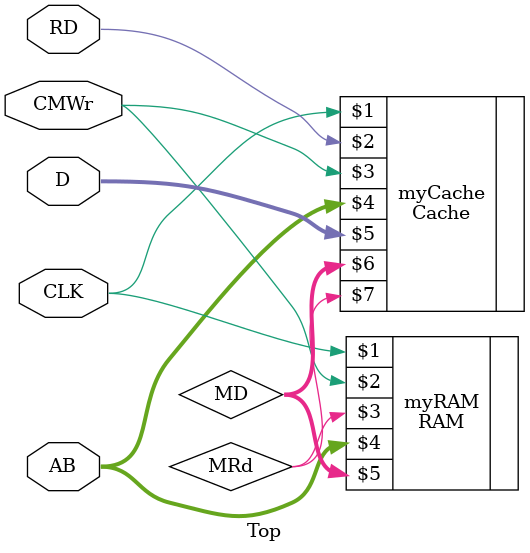
<source format=v>
`timescale 1ns / 1ps
module Top(
	input CLK,
	input [31:0]AB,
	input CMWr,
	input RD, 
	inout [31:0]D
    );
	wire [31:0]MD;
	wire MRd;
	RAM myRAM(CLK, CMWr, MRd, AB, MD);
	Cache myCache(CLK, RD, CMWr, AB, D, MD, MRd);

endmodule

</source>
